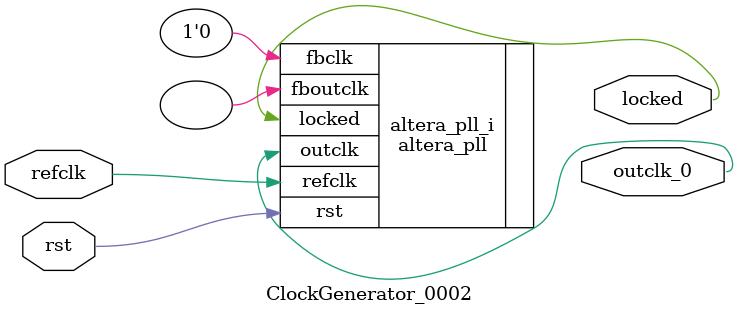
<source format=v>
`timescale 1ns/10ps
module  ClockGenerator_0002(

	// interface 'refclk'
	input wire refclk,

	// interface 'reset'
	input wire rst,

	// interface 'outclk0'
	output wire outclk_0,

	// interface 'locked'
	output wire locked
);

	altera_pll #(
		.fractional_vco_multiplier("false"),
		.reference_clock_frequency("50.0 MHz"),
		.operation_mode("direct"),
		.number_of_clocks(1),
		.output_clock_frequency0("10.000000 MHz"),
		.phase_shift0("0 ps"),
		.duty_cycle0(50),
		.output_clock_frequency1("0 MHz"),
		.phase_shift1("0 ps"),
		.duty_cycle1(50),
		.output_clock_frequency2("0 MHz"),
		.phase_shift2("0 ps"),
		.duty_cycle2(50),
		.output_clock_frequency3("0 MHz"),
		.phase_shift3("0 ps"),
		.duty_cycle3(50),
		.output_clock_frequency4("0 MHz"),
		.phase_shift4("0 ps"),
		.duty_cycle4(50),
		.output_clock_frequency5("0 MHz"),
		.phase_shift5("0 ps"),
		.duty_cycle5(50),
		.output_clock_frequency6("0 MHz"),
		.phase_shift6("0 ps"),
		.duty_cycle6(50),
		.output_clock_frequency7("0 MHz"),
		.phase_shift7("0 ps"),
		.duty_cycle7(50),
		.output_clock_frequency8("0 MHz"),
		.phase_shift8("0 ps"),
		.duty_cycle8(50),
		.output_clock_frequency9("0 MHz"),
		.phase_shift9("0 ps"),
		.duty_cycle9(50),
		.output_clock_frequency10("0 MHz"),
		.phase_shift10("0 ps"),
		.duty_cycle10(50),
		.output_clock_frequency11("0 MHz"),
		.phase_shift11("0 ps"),
		.duty_cycle11(50),
		.output_clock_frequency12("0 MHz"),
		.phase_shift12("0 ps"),
		.duty_cycle12(50),
		.output_clock_frequency13("0 MHz"),
		.phase_shift13("0 ps"),
		.duty_cycle13(50),
		.output_clock_frequency14("0 MHz"),
		.phase_shift14("0 ps"),
		.duty_cycle14(50),
		.output_clock_frequency15("0 MHz"),
		.phase_shift15("0 ps"),
		.duty_cycle15(50),
		.output_clock_frequency16("0 MHz"),
		.phase_shift16("0 ps"),
		.duty_cycle16(50),
		.output_clock_frequency17("0 MHz"),
		.phase_shift17("0 ps"),
		.duty_cycle17(50),
		.pll_type("General"),
		.pll_subtype("General")
	) altera_pll_i (
		.rst	(rst),
		.outclk	({outclk_0}),
		.locked	(locked),
		.fboutclk	( ),
		.fbclk	(1'b0),
		.refclk	(refclk)
	);
endmodule


</source>
